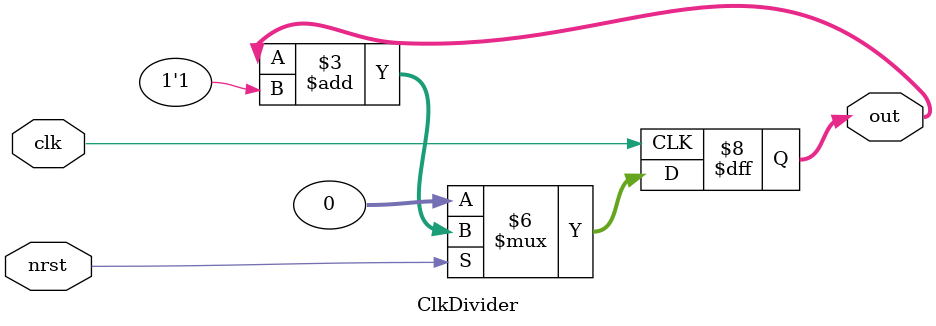
<source format=v>



/* --- INSTANTIATION TEMPLATE BEGIN ---

ClkDivider CD1 (
    .clk(),
    .nrst( 1'b1 ),
    .out()
    );
defparam CD1.WIDTH = 32;

--- INSTANTIATION TEMPLATE END ---*/


module ClkDivider(clk,nrst,out);

input wire clk;
input wire nrst;
output reg [(WIDTH-1):0] out = 0;

parameter WIDTH = 32;

always @ (posedge clk) begin
  if (~nrst) begin
    out[(WIDTH-1):0] <= 0;
  end
  else begin
    out[(WIDTH-1):0] <= out[(WIDTH-1):0] + 1'b1;
  end
end

endmodule

</source>
